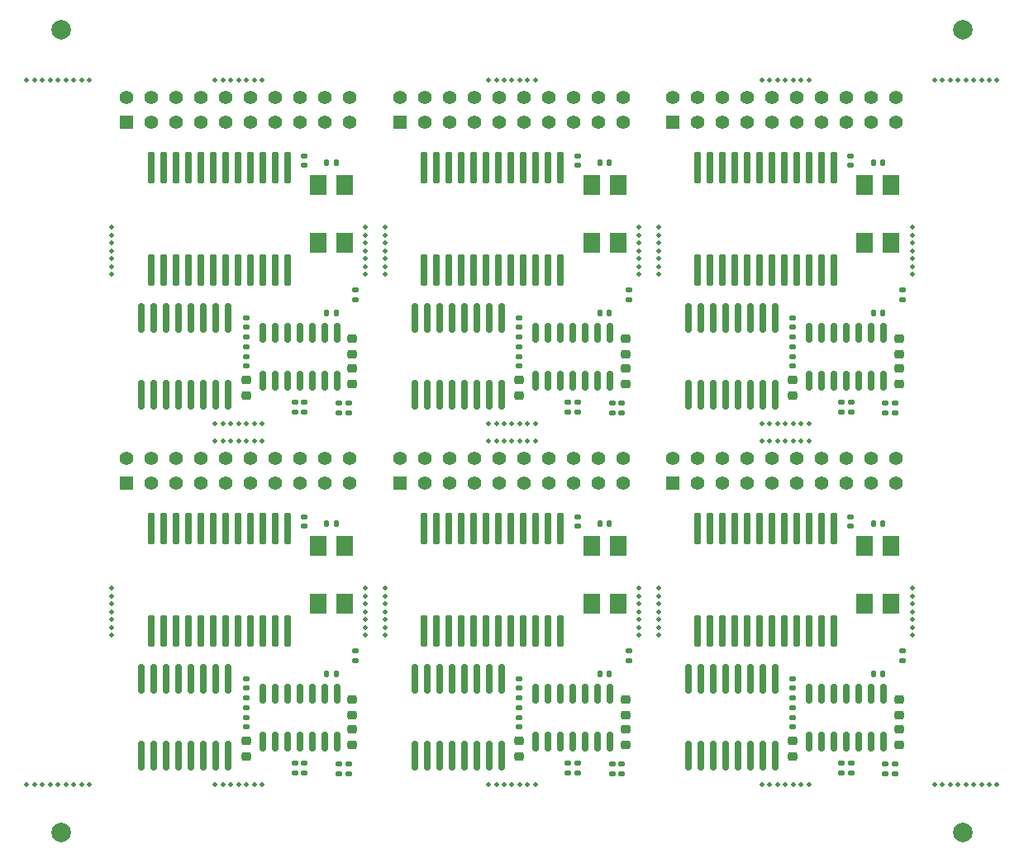
<source format=gts>
G04 #@! TF.GenerationSoftware,KiCad,Pcbnew,8.0.8*
G04 #@! TF.CreationDate,2025-02-10T00:15:01+01:00*
G04 #@! TF.ProjectId,opl3module,6f706c33-6d6f-4647-956c-652e6b696361,1.2*
G04 #@! TF.SameCoordinates,Original*
G04 #@! TF.FileFunction,Soldermask,Top*
G04 #@! TF.FilePolarity,Negative*
%FSLAX46Y46*%
G04 Gerber Fmt 4.6, Leading zero omitted, Abs format (unit mm)*
G04 Created by KiCad (PCBNEW 8.0.8) date 2025-02-10 00:15:01*
%MOMM*%
%LPD*%
G01*
G04 APERTURE LIST*
G04 Aperture macros list*
%AMRoundRect*
0 Rectangle with rounded corners*
0 $1 Rounding radius*
0 $2 $3 $4 $5 $6 $7 $8 $9 X,Y pos of 4 corners*
0 Add a 4 corners polygon primitive as box body*
4,1,4,$2,$3,$4,$5,$6,$7,$8,$9,$2,$3,0*
0 Add four circle primitives for the rounded corners*
1,1,$1+$1,$2,$3*
1,1,$1+$1,$4,$5*
1,1,$1+$1,$6,$7*
1,1,$1+$1,$8,$9*
0 Add four rect primitives between the rounded corners*
20,1,$1+$1,$2,$3,$4,$5,0*
20,1,$1+$1,$4,$5,$6,$7,0*
20,1,$1+$1,$6,$7,$8,$9,0*
20,1,$1+$1,$8,$9,$2,$3,0*%
G04 Aperture macros list end*
%ADD10R,1.700000X2.100000*%
%ADD11RoundRect,0.140000X0.170000X-0.140000X0.170000X0.140000X-0.170000X0.140000X-0.170000X-0.140000X0*%
%ADD12RoundRect,0.225000X0.250000X-0.225000X0.250000X0.225000X-0.250000X0.225000X-0.250000X-0.225000X0*%
%ADD13RoundRect,0.135000X-0.185000X0.135000X-0.185000X-0.135000X0.185000X-0.135000X0.185000X0.135000X0*%
%ADD14RoundRect,0.140000X0.140000X0.170000X-0.140000X0.170000X-0.140000X-0.170000X0.140000X-0.170000X0*%
%ADD15C,1.397000*%
%ADD16R,1.397000X1.397000*%
%ADD17RoundRect,0.162500X-0.162500X1.462500X-0.162500X-1.462500X0.162500X-1.462500X0.162500X1.462500X0*%
%ADD18RoundRect,0.162500X-0.162500X1.337500X-0.162500X-1.337500X0.162500X-1.337500X0.162500X1.337500X0*%
%ADD19RoundRect,0.135000X0.185000X-0.135000X0.185000X0.135000X-0.185000X0.135000X-0.185000X-0.135000X0*%
%ADD20RoundRect,0.225000X-0.250000X0.225000X-0.250000X-0.225000X0.250000X-0.225000X0.250000X0.225000X0*%
%ADD21RoundRect,0.150000X-0.150000X0.825000X-0.150000X-0.825000X0.150000X-0.825000X0.150000X0.825000X0*%
%ADD22C,0.500000*%
%ADD23C,2.000000*%
G04 APERTURE END LIST*
D10*
X86150000Y-56780000D03*
X86150000Y-62680000D03*
X88850000Y-62680000D03*
X88850000Y-56780000D03*
X86150000Y-19780000D03*
X86150000Y-25680000D03*
X88850000Y-25680000D03*
X88850000Y-19780000D03*
X58150000Y-56780000D03*
X58150000Y-62680000D03*
X60850000Y-62680000D03*
X60850000Y-56780000D03*
X58150000Y-19780000D03*
X58150000Y-25680000D03*
X60850000Y-25680000D03*
X60850000Y-19780000D03*
X30150000Y-56780000D03*
X30150000Y-62680000D03*
X32850000Y-62680000D03*
X32850000Y-56780000D03*
X30150000Y-19780000D03*
X30150000Y-25680000D03*
X32850000Y-25680000D03*
X32850000Y-19780000D03*
D11*
X22750000Y-34315000D03*
X22750000Y-33355000D03*
D12*
X78750000Y-78310000D03*
X78750000Y-76760000D03*
D13*
X89250000Y-42075000D03*
X89250000Y-43095000D03*
D11*
X84700000Y-54710000D03*
X84700000Y-53750000D03*
D12*
X22750000Y-78310000D03*
X22750000Y-76760000D03*
D13*
X89250000Y-79075000D03*
X89250000Y-80095000D03*
D12*
X89660000Y-40110000D03*
X89660000Y-38560000D03*
D14*
X59980000Y-32835000D03*
X59020000Y-32835000D03*
D12*
X61660000Y-40110000D03*
X61660000Y-38560000D03*
D15*
X33360000Y-47730000D03*
X33360000Y-50270000D03*
X30820000Y-47730000D03*
X30820000Y-50270000D03*
X28280000Y-47730000D03*
X28280000Y-50270000D03*
X25740000Y-47730000D03*
X25740000Y-50270000D03*
X23200000Y-47730000D03*
X23200000Y-50270000D03*
X20660000Y-47730000D03*
X20660000Y-50270000D03*
X18120000Y-47730000D03*
X18120000Y-50270000D03*
X15580000Y-47730000D03*
X15580000Y-50270000D03*
X13040000Y-47730000D03*
X13040000Y-50270000D03*
X10500000Y-47730000D03*
D16*
X10500000Y-50270000D03*
D17*
X54985000Y-55005000D03*
X53715000Y-55005000D03*
X52445000Y-55005000D03*
X51175000Y-55005000D03*
X49905000Y-55005000D03*
X48635000Y-55005000D03*
X47365000Y-55005000D03*
X46095000Y-55005000D03*
X44825000Y-55005000D03*
X43555000Y-55005000D03*
X42285000Y-55005000D03*
X41015000Y-55005000D03*
X41015000Y-65455000D03*
X42285000Y-65455000D03*
X43555000Y-65455000D03*
X44825000Y-65455000D03*
X46095000Y-65455000D03*
X47365000Y-65455000D03*
X48635000Y-65455000D03*
X49905000Y-65455000D03*
X51175000Y-65455000D03*
X52445000Y-65455000D03*
X53715000Y-65455000D03*
X54985000Y-65455000D03*
D11*
X22750000Y-71315000D03*
X22750000Y-70355000D03*
X78750000Y-75315000D03*
X78750000Y-74355000D03*
D13*
X33250000Y-42075000D03*
X33250000Y-43095000D03*
D14*
X59980000Y-17500000D03*
X59020000Y-17500000D03*
D11*
X56700000Y-54710000D03*
X56700000Y-53750000D03*
D13*
X61250000Y-79075000D03*
X61250000Y-80095000D03*
D14*
X87980000Y-32835000D03*
X87020000Y-32835000D03*
X87980000Y-54500000D03*
X87020000Y-54500000D03*
D15*
X89360000Y-47730000D03*
X89360000Y-50270000D03*
X86820000Y-47730000D03*
X86820000Y-50270000D03*
X84280000Y-47730000D03*
X84280000Y-50270000D03*
X81740000Y-47730000D03*
X81740000Y-50270000D03*
X79200000Y-47730000D03*
X79200000Y-50270000D03*
X76660000Y-47730000D03*
X76660000Y-50270000D03*
X74120000Y-47730000D03*
X74120000Y-50270000D03*
X71580000Y-47730000D03*
X71580000Y-50270000D03*
X69040000Y-47730000D03*
X69040000Y-50270000D03*
X66500000Y-47730000D03*
D16*
X66500000Y-50270000D03*
D14*
X31980000Y-54500000D03*
X31020000Y-54500000D03*
D17*
X26985000Y-55005000D03*
X25715000Y-55005000D03*
X24445000Y-55005000D03*
X23175000Y-55005000D03*
X21905000Y-55005000D03*
X20635000Y-55005000D03*
X19365000Y-55005000D03*
X18095000Y-55005000D03*
X16825000Y-55005000D03*
X15555000Y-55005000D03*
X14285000Y-55005000D03*
X13015000Y-55005000D03*
X13015000Y-65455000D03*
X14285000Y-65455000D03*
X15555000Y-65455000D03*
X16825000Y-65455000D03*
X18095000Y-65455000D03*
X19365000Y-65455000D03*
X20635000Y-65455000D03*
X21905000Y-65455000D03*
X23175000Y-65455000D03*
X24445000Y-65455000D03*
X25715000Y-65455000D03*
X26985000Y-65455000D03*
D11*
X84700000Y-17710000D03*
X84700000Y-16750000D03*
D13*
X55750000Y-41975000D03*
X55750000Y-42995000D03*
X50750000Y-35325000D03*
X50750000Y-36345000D03*
X50750000Y-72325000D03*
X50750000Y-73345000D03*
D18*
X48945000Y-33385000D03*
X47675000Y-33385000D03*
X46405000Y-33385000D03*
X45135000Y-33385000D03*
X43865000Y-33385000D03*
X42595000Y-33385000D03*
X41325000Y-33385000D03*
X40055000Y-33385000D03*
X40055000Y-41285000D03*
X41325000Y-41285000D03*
X42595000Y-41285000D03*
X43865000Y-41285000D03*
X45135000Y-41285000D03*
X46405000Y-41285000D03*
X47675000Y-41285000D03*
X48945000Y-41285000D03*
D13*
X90000000Y-67470000D03*
X90000000Y-68490000D03*
D19*
X88250000Y-43095000D03*
X88250000Y-42075000D03*
D17*
X82985000Y-18005000D03*
X81715000Y-18005000D03*
X80445000Y-18005000D03*
X79175000Y-18005000D03*
X77905000Y-18005000D03*
X76635000Y-18005000D03*
X75365000Y-18005000D03*
X74095000Y-18005000D03*
X72825000Y-18005000D03*
X71555000Y-18005000D03*
X70285000Y-18005000D03*
X69015000Y-18005000D03*
X69015000Y-28455000D03*
X70285000Y-28455000D03*
X71555000Y-28455000D03*
X72825000Y-28455000D03*
X74095000Y-28455000D03*
X75365000Y-28455000D03*
X76635000Y-28455000D03*
X77905000Y-28455000D03*
X79175000Y-28455000D03*
X80445000Y-28455000D03*
X81715000Y-28455000D03*
X82985000Y-28455000D03*
D20*
X61660000Y-72535000D03*
X61660000Y-74085000D03*
D19*
X60250000Y-43095000D03*
X60250000Y-42075000D03*
D13*
X22750000Y-35325000D03*
X22750000Y-36345000D03*
D11*
X50750000Y-71315000D03*
X50750000Y-70355000D03*
D14*
X87980000Y-17500000D03*
X87020000Y-17500000D03*
D11*
X50750000Y-38315000D03*
X50750000Y-37355000D03*
D17*
X54985000Y-18005000D03*
X53715000Y-18005000D03*
X52445000Y-18005000D03*
X51175000Y-18005000D03*
X49905000Y-18005000D03*
X48635000Y-18005000D03*
X47365000Y-18005000D03*
X46095000Y-18005000D03*
X44825000Y-18005000D03*
X43555000Y-18005000D03*
X42285000Y-18005000D03*
X41015000Y-18005000D03*
X41015000Y-28455000D03*
X42285000Y-28455000D03*
X43555000Y-28455000D03*
X44825000Y-28455000D03*
X46095000Y-28455000D03*
X47365000Y-28455000D03*
X48635000Y-28455000D03*
X49905000Y-28455000D03*
X51175000Y-28455000D03*
X52445000Y-28455000D03*
X53715000Y-28455000D03*
X54985000Y-28455000D03*
D11*
X28700000Y-54710000D03*
X28700000Y-53750000D03*
D13*
X22750000Y-72325000D03*
X22750000Y-73345000D03*
D19*
X56750000Y-79995000D03*
X56750000Y-78975000D03*
D18*
X76945000Y-70385000D03*
X75675000Y-70385000D03*
X74405000Y-70385000D03*
X73135000Y-70385000D03*
X71865000Y-70385000D03*
X70595000Y-70385000D03*
X69325000Y-70385000D03*
X68055000Y-70385000D03*
X68055000Y-78285000D03*
X69325000Y-78285000D03*
X70595000Y-78285000D03*
X71865000Y-78285000D03*
X73135000Y-78285000D03*
X74405000Y-78285000D03*
X75675000Y-78285000D03*
X76945000Y-78285000D03*
D19*
X84750000Y-42995000D03*
X84750000Y-41975000D03*
D14*
X59980000Y-54500000D03*
X59020000Y-54500000D03*
D19*
X32250000Y-43095000D03*
X32250000Y-42075000D03*
D12*
X78750000Y-41310000D03*
X78750000Y-39760000D03*
D11*
X50750000Y-75315000D03*
X50750000Y-74355000D03*
D13*
X62000000Y-67470000D03*
X62000000Y-68490000D03*
D11*
X22750000Y-75315000D03*
X22750000Y-74355000D03*
X78750000Y-34315000D03*
X78750000Y-33355000D03*
D13*
X34000000Y-67470000D03*
X34000000Y-68490000D03*
D20*
X61660000Y-35535000D03*
X61660000Y-37085000D03*
D11*
X22750000Y-38315000D03*
X22750000Y-37355000D03*
D21*
X88060000Y-39810000D03*
X86790000Y-39810000D03*
X85520000Y-39810000D03*
X84250000Y-39810000D03*
X82980000Y-39810000D03*
X81710000Y-39810000D03*
X80440000Y-39810000D03*
X80440000Y-34860000D03*
X81710000Y-34860000D03*
X82980000Y-34860000D03*
X84250000Y-34860000D03*
X85520000Y-34860000D03*
X86790000Y-34860000D03*
X88060000Y-34860000D03*
D11*
X28700000Y-17710000D03*
X28700000Y-16750000D03*
D20*
X89660000Y-72535000D03*
X89660000Y-74085000D03*
D19*
X32250000Y-80095000D03*
X32250000Y-79075000D03*
D13*
X33250000Y-79075000D03*
X33250000Y-80095000D03*
D17*
X26985000Y-18005000D03*
X25715000Y-18005000D03*
X24445000Y-18005000D03*
X23175000Y-18005000D03*
X21905000Y-18005000D03*
X20635000Y-18005000D03*
X19365000Y-18005000D03*
X18095000Y-18005000D03*
X16825000Y-18005000D03*
X15555000Y-18005000D03*
X14285000Y-18005000D03*
X13015000Y-18005000D03*
X13015000Y-28455000D03*
X14285000Y-28455000D03*
X15555000Y-28455000D03*
X16825000Y-28455000D03*
X18095000Y-28455000D03*
X19365000Y-28455000D03*
X20635000Y-28455000D03*
X21905000Y-28455000D03*
X23175000Y-28455000D03*
X24445000Y-28455000D03*
X25715000Y-28455000D03*
X26985000Y-28455000D03*
D13*
X78750000Y-72325000D03*
X78750000Y-73345000D03*
D21*
X60060000Y-39810000D03*
X58790000Y-39810000D03*
X57520000Y-39810000D03*
X56250000Y-39810000D03*
X54980000Y-39810000D03*
X53710000Y-39810000D03*
X52440000Y-39810000D03*
X52440000Y-34860000D03*
X53710000Y-34860000D03*
X54980000Y-34860000D03*
X56250000Y-34860000D03*
X57520000Y-34860000D03*
X58790000Y-34860000D03*
X60060000Y-34860000D03*
D13*
X27750000Y-78975000D03*
X27750000Y-79995000D03*
D19*
X84750000Y-79995000D03*
X84750000Y-78975000D03*
D20*
X33660000Y-35535000D03*
X33660000Y-37085000D03*
D19*
X60250000Y-80095000D03*
X60250000Y-79075000D03*
D14*
X31020000Y-17500000D03*
X31980000Y-17500000D03*
D15*
X33360000Y-10730000D03*
X33360000Y-13270000D03*
X30820000Y-10730000D03*
X30820000Y-13270000D03*
X28280000Y-10730000D03*
X28280000Y-13270000D03*
X25740000Y-10730000D03*
X25740000Y-13270000D03*
X23200000Y-10730000D03*
X23200000Y-13270000D03*
X20660000Y-10730000D03*
X20660000Y-13270000D03*
X18120000Y-10730000D03*
X18120000Y-13270000D03*
X15580000Y-10730000D03*
X15580000Y-13270000D03*
X13040000Y-10730000D03*
X13040000Y-13270000D03*
X10500000Y-10730000D03*
D16*
X10500000Y-13270000D03*
D20*
X33660000Y-72535000D03*
X33660000Y-74085000D03*
D13*
X62000000Y-30470000D03*
X62000000Y-31490000D03*
D14*
X31980000Y-69835000D03*
X31020000Y-69835000D03*
D13*
X34000000Y-30470000D03*
X34000000Y-31490000D03*
D11*
X50750000Y-34315000D03*
X50750000Y-33355000D03*
D21*
X88060000Y-76810000D03*
X86790000Y-76810000D03*
X85520000Y-76810000D03*
X84250000Y-76810000D03*
X82980000Y-76810000D03*
X81710000Y-76810000D03*
X80440000Y-76810000D03*
X80440000Y-71860000D03*
X81710000Y-71860000D03*
X82980000Y-71860000D03*
X84250000Y-71860000D03*
X85520000Y-71860000D03*
X86790000Y-71860000D03*
X88060000Y-71860000D03*
X60060000Y-76810000D03*
X58790000Y-76810000D03*
X57520000Y-76810000D03*
X56250000Y-76810000D03*
X54980000Y-76810000D03*
X53710000Y-76810000D03*
X52440000Y-76810000D03*
X52440000Y-71860000D03*
X53710000Y-71860000D03*
X54980000Y-71860000D03*
X56250000Y-71860000D03*
X57520000Y-71860000D03*
X58790000Y-71860000D03*
X60060000Y-71860000D03*
D12*
X61660000Y-77110000D03*
X61660000Y-75560000D03*
D21*
X32060000Y-76810000D03*
X30790000Y-76810000D03*
X29520000Y-76810000D03*
X28250000Y-76810000D03*
X26980000Y-76810000D03*
X25710000Y-76810000D03*
X24440000Y-76810000D03*
X24440000Y-71860000D03*
X25710000Y-71860000D03*
X26980000Y-71860000D03*
X28250000Y-71860000D03*
X29520000Y-71860000D03*
X30790000Y-71860000D03*
X32060000Y-71860000D03*
D11*
X56700000Y-17710000D03*
X56700000Y-16750000D03*
D19*
X28750000Y-79995000D03*
X28750000Y-78975000D03*
D12*
X33660000Y-40110000D03*
X33660000Y-38560000D03*
D13*
X55750000Y-78975000D03*
X55750000Y-79995000D03*
X90000000Y-30470000D03*
X90000000Y-31490000D03*
X83750000Y-41975000D03*
X83750000Y-42995000D03*
D14*
X87980000Y-69835000D03*
X87020000Y-69835000D03*
D15*
X61360000Y-47730000D03*
X61360000Y-50270000D03*
X58820000Y-47730000D03*
X58820000Y-50270000D03*
X56280000Y-47730000D03*
X56280000Y-50270000D03*
X53740000Y-47730000D03*
X53740000Y-50270000D03*
X51200000Y-47730000D03*
X51200000Y-50270000D03*
X48660000Y-47730000D03*
X48660000Y-50270000D03*
X46120000Y-47730000D03*
X46120000Y-50270000D03*
X43580000Y-47730000D03*
X43580000Y-50270000D03*
X41040000Y-47730000D03*
X41040000Y-50270000D03*
X38500000Y-47730000D03*
D16*
X38500000Y-50270000D03*
D19*
X88250000Y-80095000D03*
X88250000Y-79075000D03*
D12*
X50750000Y-78310000D03*
X50750000Y-76760000D03*
D18*
X20945000Y-33385000D03*
X19675000Y-33385000D03*
X18405000Y-33385000D03*
X17135000Y-33385000D03*
X15865000Y-33385000D03*
X14595000Y-33385000D03*
X13325000Y-33385000D03*
X12055000Y-33385000D03*
X12055000Y-41285000D03*
X13325000Y-41285000D03*
X14595000Y-41285000D03*
X15865000Y-41285000D03*
X17135000Y-41285000D03*
X18405000Y-41285000D03*
X19675000Y-41285000D03*
X20945000Y-41285000D03*
D14*
X59980000Y-69835000D03*
X59020000Y-69835000D03*
D17*
X82985000Y-55005000D03*
X81715000Y-55005000D03*
X80445000Y-55005000D03*
X79175000Y-55005000D03*
X77905000Y-55005000D03*
X76635000Y-55005000D03*
X75365000Y-55005000D03*
X74095000Y-55005000D03*
X72825000Y-55005000D03*
X71555000Y-55005000D03*
X70285000Y-55005000D03*
X69015000Y-55005000D03*
X69015000Y-65455000D03*
X70285000Y-65455000D03*
X71555000Y-65455000D03*
X72825000Y-65455000D03*
X74095000Y-65455000D03*
X75365000Y-65455000D03*
X76635000Y-65455000D03*
X77905000Y-65455000D03*
X79175000Y-65455000D03*
X80445000Y-65455000D03*
X81715000Y-65455000D03*
X82985000Y-65455000D03*
D18*
X20945000Y-70385000D03*
X19675000Y-70385000D03*
X18405000Y-70385000D03*
X17135000Y-70385000D03*
X15865000Y-70385000D03*
X14595000Y-70385000D03*
X13325000Y-70385000D03*
X12055000Y-70385000D03*
X12055000Y-78285000D03*
X13325000Y-78285000D03*
X14595000Y-78285000D03*
X15865000Y-78285000D03*
X17135000Y-78285000D03*
X18405000Y-78285000D03*
X19675000Y-78285000D03*
X20945000Y-78285000D03*
D15*
X61360000Y-10730000D03*
X61360000Y-13270000D03*
X58820000Y-10730000D03*
X58820000Y-13270000D03*
X56280000Y-10730000D03*
X56280000Y-13270000D03*
X53740000Y-10730000D03*
X53740000Y-13270000D03*
X51200000Y-10730000D03*
X51200000Y-13270000D03*
X48660000Y-10730000D03*
X48660000Y-13270000D03*
X46120000Y-10730000D03*
X46120000Y-13270000D03*
X43580000Y-10730000D03*
X43580000Y-13270000D03*
X41040000Y-10730000D03*
X41040000Y-13270000D03*
X38500000Y-10730000D03*
D16*
X38500000Y-13270000D03*
D15*
X89360000Y-10730000D03*
X89360000Y-13270000D03*
X86820000Y-10730000D03*
X86820000Y-13270000D03*
X84280000Y-10730000D03*
X84280000Y-13270000D03*
X81740000Y-10730000D03*
X81740000Y-13270000D03*
X79200000Y-10730000D03*
X79200000Y-13270000D03*
X76660000Y-10730000D03*
X76660000Y-13270000D03*
X74120000Y-10730000D03*
X74120000Y-13270000D03*
X71580000Y-10730000D03*
X71580000Y-13270000D03*
X69040000Y-10730000D03*
X69040000Y-13270000D03*
X66500000Y-10730000D03*
D16*
X66500000Y-13270000D03*
D13*
X78750000Y-35325000D03*
X78750000Y-36345000D03*
X83750000Y-78975000D03*
X83750000Y-79995000D03*
D20*
X89660000Y-35535000D03*
X89660000Y-37085000D03*
D18*
X76945000Y-33385000D03*
X75675000Y-33385000D03*
X74405000Y-33385000D03*
X73135000Y-33385000D03*
X71865000Y-33385000D03*
X70595000Y-33385000D03*
X69325000Y-33385000D03*
X68055000Y-33385000D03*
X68055000Y-41285000D03*
X69325000Y-41285000D03*
X70595000Y-41285000D03*
X71865000Y-41285000D03*
X73135000Y-41285000D03*
X74405000Y-41285000D03*
X75675000Y-41285000D03*
X76945000Y-41285000D03*
D14*
X31980000Y-32835000D03*
X31020000Y-32835000D03*
D18*
X48945000Y-70385000D03*
X47675000Y-70385000D03*
X46405000Y-70385000D03*
X45135000Y-70385000D03*
X43865000Y-70385000D03*
X42595000Y-70385000D03*
X41325000Y-70385000D03*
X40055000Y-70385000D03*
X40055000Y-78285000D03*
X41325000Y-78285000D03*
X42595000Y-78285000D03*
X43865000Y-78285000D03*
X45135000Y-78285000D03*
X46405000Y-78285000D03*
X47675000Y-78285000D03*
X48945000Y-78285000D03*
D11*
X78750000Y-71315000D03*
X78750000Y-70355000D03*
D13*
X27750000Y-41975000D03*
X27750000Y-42995000D03*
D19*
X28750000Y-42995000D03*
X28750000Y-41975000D03*
D13*
X61250000Y-42075000D03*
X61250000Y-43095000D03*
D12*
X50750000Y-41310000D03*
X50750000Y-39760000D03*
X33660000Y-77110000D03*
X33660000Y-75560000D03*
D19*
X56750000Y-42995000D03*
X56750000Y-41975000D03*
D11*
X78750000Y-38315000D03*
X78750000Y-37355000D03*
D12*
X89660000Y-77110000D03*
X89660000Y-75560000D03*
D21*
X32060000Y-39810000D03*
X30790000Y-39810000D03*
X29520000Y-39810000D03*
X28250000Y-39810000D03*
X26980000Y-39810000D03*
X25710000Y-39810000D03*
X24440000Y-39810000D03*
X24440000Y-34860000D03*
X25710000Y-34860000D03*
X26980000Y-34860000D03*
X28250000Y-34860000D03*
X29520000Y-34860000D03*
X30790000Y-34860000D03*
X32060000Y-34860000D03*
D12*
X22750000Y-41310000D03*
X22750000Y-39760000D03*
D22*
X93300000Y-9000000D03*
X94100000Y-9000000D03*
X94900000Y-9000000D03*
X95700000Y-9000000D03*
X96500000Y-9000000D03*
X97300000Y-9000000D03*
X98100000Y-9000000D03*
X98900000Y-9000000D03*
X99700000Y-9000000D03*
D23*
X96150000Y-86150000D03*
D22*
X91000000Y-24100000D03*
X91000000Y-24900000D03*
X91000000Y-25700000D03*
X91000000Y-26500000D03*
X91000000Y-27300000D03*
X91000000Y-28100000D03*
X91000000Y-28900000D03*
X80400000Y-81200000D03*
X79600000Y-81200000D03*
X78800000Y-81200000D03*
X78000000Y-81200000D03*
X77200000Y-81200000D03*
X76400000Y-81200000D03*
X75600000Y-81200000D03*
X65000000Y-65900000D03*
X65000000Y-65100000D03*
X65000000Y-64300000D03*
X65000000Y-63500000D03*
X65000000Y-62700000D03*
X65000000Y-61900000D03*
X65000000Y-61100000D03*
X63000000Y-65900000D03*
X63000000Y-65100000D03*
X63000000Y-64300000D03*
X63000000Y-63500000D03*
X63000000Y-62700000D03*
X63000000Y-61900000D03*
X63000000Y-61100000D03*
X75600000Y-9000000D03*
X76400000Y-9000000D03*
X77200000Y-9000000D03*
X78000000Y-9000000D03*
X78800000Y-9000000D03*
X79600000Y-9000000D03*
X80400000Y-9000000D03*
X9000000Y-65900000D03*
X9000000Y-65100000D03*
X9000000Y-64300000D03*
X9000000Y-63500000D03*
X9000000Y-62700000D03*
X9000000Y-61900000D03*
X9000000Y-61100000D03*
D23*
X3850000Y-3850000D03*
D22*
X19600000Y-46000000D03*
X20400000Y-46000000D03*
X21200000Y-46000000D03*
X22000000Y-46000000D03*
X22800000Y-46000000D03*
X23600000Y-46000000D03*
X24400000Y-46000000D03*
X19600000Y-44200000D03*
X20400000Y-44200000D03*
X21200000Y-44200000D03*
X22000000Y-44200000D03*
X22800000Y-44200000D03*
X23600000Y-44200000D03*
X24400000Y-44200000D03*
X37000000Y-28900000D03*
X37000000Y-28100000D03*
X37000000Y-27300000D03*
X37000000Y-26500000D03*
X37000000Y-25700000D03*
X37000000Y-24900000D03*
X37000000Y-24100000D03*
X35000000Y-28900000D03*
X35000000Y-28100000D03*
X35000000Y-27300000D03*
X35000000Y-26500000D03*
X35000000Y-25700000D03*
X35000000Y-24900000D03*
X35000000Y-24100000D03*
X47600000Y-46000000D03*
X48400000Y-46000000D03*
X49200000Y-46000000D03*
X50000000Y-46000000D03*
X50800000Y-46000000D03*
X51600000Y-46000000D03*
X52400000Y-46000000D03*
X47600000Y-44200000D03*
X48400000Y-44200000D03*
X49200000Y-44200000D03*
X50000000Y-44200000D03*
X50800000Y-44200000D03*
X51600000Y-44200000D03*
X52400000Y-44200000D03*
D23*
X3850000Y-86150000D03*
D22*
X9000000Y-28900000D03*
X9000000Y-28100000D03*
X9000000Y-27300000D03*
X9000000Y-26500000D03*
X9000000Y-25700000D03*
X9000000Y-24900000D03*
X9000000Y-24100000D03*
X75600000Y-46000000D03*
X76400000Y-46000000D03*
X77200000Y-46000000D03*
X78000000Y-46000000D03*
X78800000Y-46000000D03*
X79600000Y-46000000D03*
X80400000Y-46000000D03*
X75600000Y-44200000D03*
X76400000Y-44200000D03*
X77200000Y-44200000D03*
X78000000Y-44200000D03*
X78800000Y-44200000D03*
X79600000Y-44200000D03*
X80400000Y-44200000D03*
D23*
X96150000Y-3850000D03*
D22*
X93300000Y-81200000D03*
X94100000Y-81200000D03*
X94900000Y-81200000D03*
X95700000Y-81200000D03*
X96500000Y-81200000D03*
X97300000Y-81200000D03*
X98100000Y-81200000D03*
X98900000Y-81200000D03*
X99700000Y-81200000D03*
X91000000Y-61100000D03*
X91000000Y-61900000D03*
X91000000Y-62700000D03*
X91000000Y-63500000D03*
X91000000Y-64300000D03*
X91000000Y-65100000D03*
X91000000Y-65900000D03*
X300000Y-81200000D03*
X1100000Y-81200000D03*
X1900000Y-81200000D03*
X2700000Y-81200000D03*
X3500000Y-81200000D03*
X4300000Y-81200000D03*
X5100000Y-81200000D03*
X5900000Y-81200000D03*
X6700000Y-81200000D03*
X37000000Y-65900000D03*
X37000000Y-65100000D03*
X37000000Y-64300000D03*
X37000000Y-63500000D03*
X37000000Y-62700000D03*
X37000000Y-61900000D03*
X37000000Y-61100000D03*
X35000000Y-65900000D03*
X35000000Y-65100000D03*
X35000000Y-64300000D03*
X35000000Y-63500000D03*
X35000000Y-62700000D03*
X35000000Y-61900000D03*
X35000000Y-61100000D03*
X47600000Y-9000000D03*
X48400000Y-9000000D03*
X49200000Y-9000000D03*
X50000000Y-9000000D03*
X50800000Y-9000000D03*
X51600000Y-9000000D03*
X52400000Y-9000000D03*
X19600000Y-9000000D03*
X20400000Y-9000000D03*
X21200000Y-9000000D03*
X22000000Y-9000000D03*
X22800000Y-9000000D03*
X23600000Y-9000000D03*
X24400000Y-9000000D03*
X24400000Y-81200000D03*
X23600000Y-81200000D03*
X22800000Y-81200000D03*
X22000000Y-81200000D03*
X21200000Y-81200000D03*
X20400000Y-81200000D03*
X19600000Y-81200000D03*
X300000Y-9000000D03*
X1100000Y-9000000D03*
X1900000Y-9000000D03*
X2700000Y-9000000D03*
X3500000Y-9000000D03*
X4300000Y-9000000D03*
X5100000Y-9000000D03*
X5900000Y-9000000D03*
X6700000Y-9000000D03*
X52400000Y-81200000D03*
X51600000Y-81200000D03*
X50800000Y-81200000D03*
X50000000Y-81200000D03*
X49200000Y-81200000D03*
X48400000Y-81200000D03*
X47600000Y-81200000D03*
X65000000Y-28900000D03*
X65000000Y-28100000D03*
X65000000Y-27300000D03*
X65000000Y-26500000D03*
X65000000Y-25700000D03*
X65000000Y-24900000D03*
X65000000Y-24100000D03*
X63000000Y-28900000D03*
X63000000Y-28100000D03*
X63000000Y-27300000D03*
X63000000Y-26500000D03*
X63000000Y-25700000D03*
X63000000Y-24900000D03*
X63000000Y-24100000D03*
M02*

</source>
